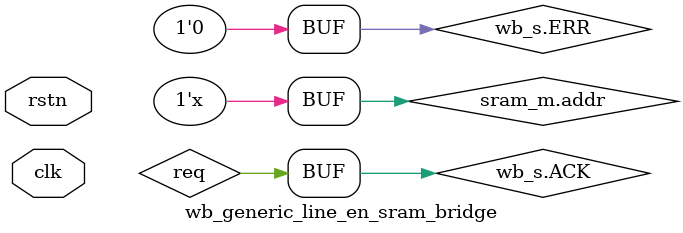
<source format=sv>
/****************************************************************************
 * wb_generic_byte_en_sram_bridge.sv
 ****************************************************************************/

/**
 * Module: wb_generic_line_en_sram_bridge
 * 
 * TODO: Add module documentation
 */
module wb_generic_line_en_sram_bridge #(
		parameter int					ADDRESS_WIDTH=10,
		parameter int					DATA_WIDTH=32
		) (
			input									clk,
			input									rstn,
			wb_if.slave								wb_s,
			generic_sram_line_en_if.sram_client		sram_m
		);
	
	reg req, req_1;

	always @(posedge clk) begin
		if (rstn == 0) begin
			req <= 0;
			req_1 <= 0;
		end else begin
			if (wb_s.CYC && wb_s.STB) begin
				req <= 1;
			end else begin
				req <= 0;
			end
			req_1 <= req;
		end
	end
	
	assign sram_m.addr = wb_s.ADR[ADDRESS_WIDTH-1:(DATA_WIDTH/32)+1];
	assign sram_m.read_en = (wb_s.CYC & wb_s.STB & !wb_s.WE);
	assign sram_m.write_en = (wb_s.CYC & wb_s.STB & wb_s.WE);
	assign sram_m.write_data = wb_s.DAT_W;
	assign wb_s.DAT_R = sram_m.read_data;

//	assign wb_s.ACK = (sram_m.read_en)?req_1:req;
	assign wb_s.ACK = req; // (sram_m.read_en)?req_1:req;
	assign wb_s.ERR = 0;

endmodule



</source>
